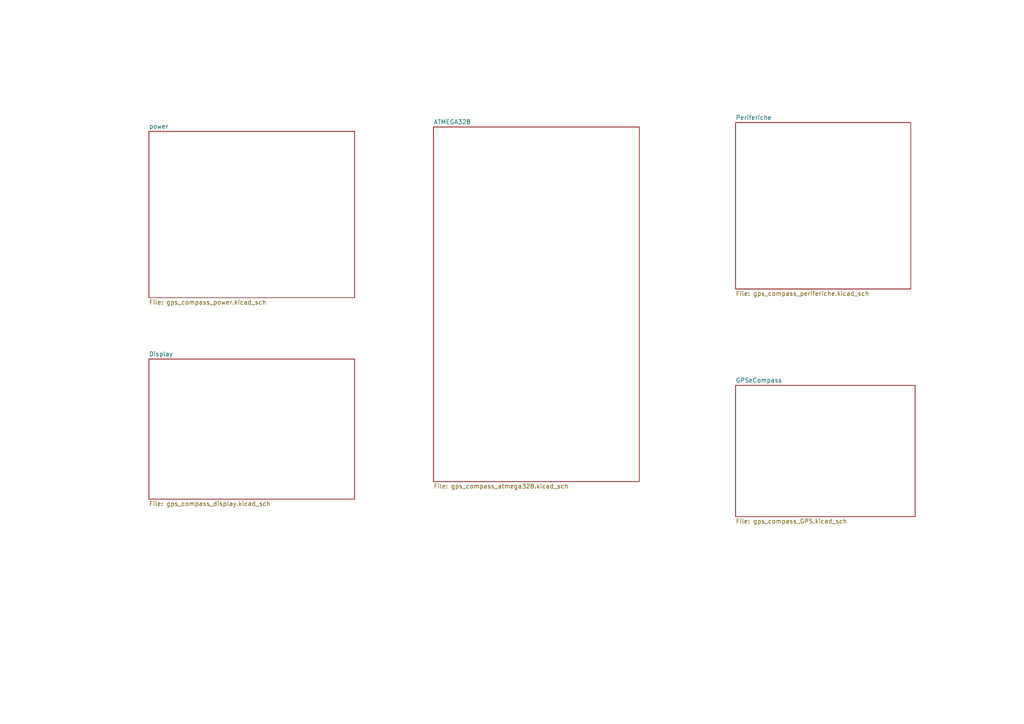
<source format=kicad_sch>
(kicad_sch (version 20211123) (generator eeschema)
  (paper "A4")
  (lib_symbols)
  (sheet (at 125.73 36.83) (size 59.69 102.87) (stroke (width 0.1524))
    (property "Sheet name" "ATMEGA328" (at 125.73 36.1184 0) (effects (justify left bottom)))
    (property "Sheet file" "gps_compass_atmega328.kicad_sch" (at 125.73 140.2846 0) (effects (justify left top)))
  )
  (sheet (at 213.36 111.76) (size 52.07 38.1) (stroke (width 0.1524))
    (property "Sheet name" "GPSeCompass" (at 213.36 111.0484 0) (effects (justify left bottom)))
    (property "Sheet file" "gps_compass_GPS.kicad_sch" (at 213.36 150.4446 0) (effects (justify left top)))
  )
  (sheet (at 213.36 35.56) (size 50.8 48.26) (stroke (width 0.1524))
    (property "Sheet name" "Periferiche" (at 213.36 34.8484 0) (effects (justify left bottom)))
    (property "Sheet file" "gps_compass_periferiche.kicad_sch" (at 213.36 84.4046 0) (effects (justify left top)))
  )
  (sheet (at 43.18 104.14) (size 59.69 40.64) (stroke (width 0.1524))
    (property "Sheet name" "Display" (at 43.18 103.4284 0) (effects (justify left bottom)))
    (property "Sheet file" "gps_compass_display.kicad_sch" (at 43.18 145.3646 0) (effects (justify left top)))
  )
  (sheet (at 43.18 38.1) (size 59.69 48.26) (stroke (width 0.1524))
    (property "Sheet name" "power" (at 43.18 37.3884 0) (effects (justify left bottom)))
    (property "Sheet file" "gps_compass_power.kicad_sch" (at 43.18 86.9446 0) (effects (justify left top)))
  )
)
</source>
